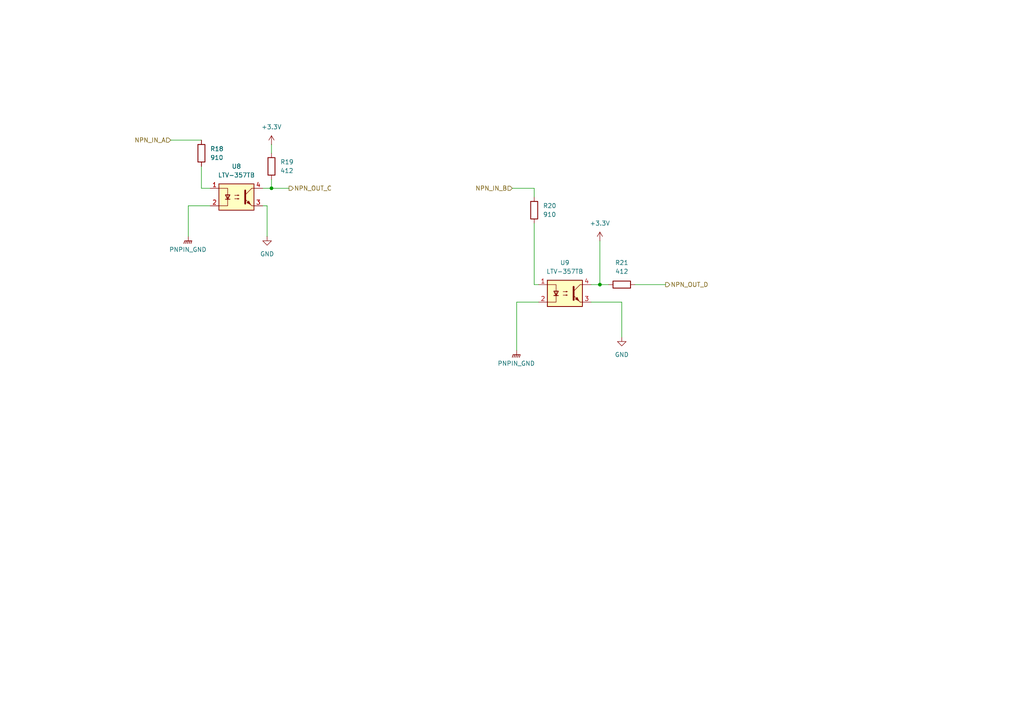
<source format=kicad_sch>
(kicad_sch
	(version 20250114)
	(generator "eeschema")
	(generator_version "9.0")
	(uuid "a31307b3-a96b-479e-83f6-7db9869a64c2")
	(paper "A4")
	(lib_symbols
		(symbol "Device:R"
			(pin_numbers
				(hide yes)
			)
			(pin_names
				(offset 0)
			)
			(exclude_from_sim no)
			(in_bom yes)
			(on_board yes)
			(property "Reference" "R"
				(at 2.032 0 90)
				(effects
					(font
						(size 1.27 1.27)
					)
				)
			)
			(property "Value" "R"
				(at 0 0 90)
				(effects
					(font
						(size 1.27 1.27)
					)
				)
			)
			(property "Footprint" ""
				(at -1.778 0 90)
				(effects
					(font
						(size 1.27 1.27)
					)
					(hide yes)
				)
			)
			(property "Datasheet" "~"
				(at 0 0 0)
				(effects
					(font
						(size 1.27 1.27)
					)
					(hide yes)
				)
			)
			(property "Description" "Resistor"
				(at 0 0 0)
				(effects
					(font
						(size 1.27 1.27)
					)
					(hide yes)
				)
			)
			(property "ki_keywords" "R res resistor"
				(at 0 0 0)
				(effects
					(font
						(size 1.27 1.27)
					)
					(hide yes)
				)
			)
			(property "ki_fp_filters" "R_*"
				(at 0 0 0)
				(effects
					(font
						(size 1.27 1.27)
					)
					(hide yes)
				)
			)
			(symbol "R_0_1"
				(rectangle
					(start -1.016 -2.54)
					(end 1.016 2.54)
					(stroke
						(width 0.254)
						(type default)
					)
					(fill
						(type none)
					)
				)
			)
			(symbol "R_1_1"
				(pin passive line
					(at 0 3.81 270)
					(length 1.27)
					(name "~"
						(effects
							(font
								(size 1.27 1.27)
							)
						)
					)
					(number "1"
						(effects
							(font
								(size 1.27 1.27)
							)
						)
					)
				)
				(pin passive line
					(at 0 -3.81 90)
					(length 1.27)
					(name "~"
						(effects
							(font
								(size 1.27 1.27)
							)
						)
					)
					(number "2"
						(effects
							(font
								(size 1.27 1.27)
							)
						)
					)
				)
			)
			(embedded_fonts no)
		)
		(symbol "Isolator:LTV-357T"
			(pin_names
				(offset 1.016)
			)
			(exclude_from_sim no)
			(in_bom yes)
			(on_board yes)
			(property "Reference" "U"
				(at -5.334 4.826 0)
				(effects
					(font
						(size 1.27 1.27)
					)
					(justify left)
				)
			)
			(property "Value" "LTV-357T"
				(at 0 5.08 0)
				(effects
					(font
						(size 1.27 1.27)
					)
					(justify left)
				)
			)
			(property "Footprint" "Package_SO:SO-4_4.4x3.6mm_P2.54mm"
				(at -5.08 -5.08 0)
				(effects
					(font
						(size 1.27 1.27)
						(italic yes)
					)
					(justify left)
					(hide yes)
				)
			)
			(property "Datasheet" "https://www.buerklin.com/medias/sys_master/download/download/h91/ha0/8892020588574.pdf"
				(at 0 0 0)
				(effects
					(font
						(size 1.27 1.27)
					)
					(justify left)
					(hide yes)
				)
			)
			(property "Description" "DC Optocoupler, Vce 35V, CTR 50%, SO-4"
				(at 0 0 0)
				(effects
					(font
						(size 1.27 1.27)
					)
					(hide yes)
				)
			)
			(property "ki_keywords" "NPN DC Optocoupler"
				(at 0 0 0)
				(effects
					(font
						(size 1.27 1.27)
					)
					(hide yes)
				)
			)
			(property "ki_fp_filters" "SO*4.4x3.6mm*P2.54mm*"
				(at 0 0 0)
				(effects
					(font
						(size 1.27 1.27)
					)
					(hide yes)
				)
			)
			(symbol "LTV-357T_0_1"
				(rectangle
					(start -5.08 3.81)
					(end 5.08 -3.81)
					(stroke
						(width 0.254)
						(type default)
					)
					(fill
						(type background)
					)
				)
				(polyline
					(pts
						(xy -5.08 2.54) (xy -2.54 2.54) (xy -2.54 -0.762)
					)
					(stroke
						(width 0)
						(type default)
					)
					(fill
						(type none)
					)
				)
				(polyline
					(pts
						(xy -3.175 -0.635) (xy -1.905 -0.635)
					)
					(stroke
						(width 0.254)
						(type default)
					)
					(fill
						(type none)
					)
				)
				(polyline
					(pts
						(xy -2.54 -0.635) (xy -2.54 -2.54) (xy -5.08 -2.54)
					)
					(stroke
						(width 0)
						(type default)
					)
					(fill
						(type none)
					)
				)
				(polyline
					(pts
						(xy -2.54 -0.635) (xy -3.175 0.635) (xy -1.905 0.635) (xy -2.54 -0.635)
					)
					(stroke
						(width 0.254)
						(type default)
					)
					(fill
						(type none)
					)
				)
				(polyline
					(pts
						(xy -0.508 0.508) (xy 0.762 0.508) (xy 0.381 0.381) (xy 0.381 0.635) (xy 0.762 0.508)
					)
					(stroke
						(width 0)
						(type default)
					)
					(fill
						(type none)
					)
				)
				(polyline
					(pts
						(xy -0.508 -0.508) (xy 0.762 -0.508) (xy 0.381 -0.635) (xy 0.381 -0.381) (xy 0.762 -0.508)
					)
					(stroke
						(width 0)
						(type default)
					)
					(fill
						(type none)
					)
				)
				(polyline
					(pts
						(xy 2.54 1.905) (xy 2.54 -1.905) (xy 2.54 -1.905)
					)
					(stroke
						(width 0.508)
						(type default)
					)
					(fill
						(type none)
					)
				)
				(polyline
					(pts
						(xy 2.54 0.635) (xy 4.445 2.54)
					)
					(stroke
						(width 0)
						(type default)
					)
					(fill
						(type none)
					)
				)
				(polyline
					(pts
						(xy 3.048 -1.651) (xy 3.556 -1.143) (xy 4.064 -2.159) (xy 3.048 -1.651) (xy 3.048 -1.651)
					)
					(stroke
						(width 0)
						(type default)
					)
					(fill
						(type outline)
					)
				)
				(polyline
					(pts
						(xy 4.445 2.54) (xy 5.08 2.54)
					)
					(stroke
						(width 0)
						(type default)
					)
					(fill
						(type none)
					)
				)
				(polyline
					(pts
						(xy 4.445 -2.54) (xy 2.54 -0.635)
					)
					(stroke
						(width 0)
						(type default)
					)
					(fill
						(type outline)
					)
				)
				(polyline
					(pts
						(xy 4.445 -2.54) (xy 5.08 -2.54)
					)
					(stroke
						(width 0)
						(type default)
					)
					(fill
						(type none)
					)
				)
			)
			(symbol "LTV-357T_1_1"
				(pin passive line
					(at -7.62 2.54 0)
					(length 2.54)
					(name "~"
						(effects
							(font
								(size 1.27 1.27)
							)
						)
					)
					(number "1"
						(effects
							(font
								(size 1.27 1.27)
							)
						)
					)
				)
				(pin passive line
					(at -7.62 -2.54 0)
					(length 2.54)
					(name "~"
						(effects
							(font
								(size 1.27 1.27)
							)
						)
					)
					(number "2"
						(effects
							(font
								(size 1.27 1.27)
							)
						)
					)
				)
				(pin passive line
					(at 7.62 2.54 180)
					(length 2.54)
					(name "~"
						(effects
							(font
								(size 1.27 1.27)
							)
						)
					)
					(number "4"
						(effects
							(font
								(size 1.27 1.27)
							)
						)
					)
				)
				(pin passive line
					(at 7.62 -2.54 180)
					(length 2.54)
					(name "~"
						(effects
							(font
								(size 1.27 1.27)
							)
						)
					)
					(number "3"
						(effects
							(font
								(size 1.27 1.27)
							)
						)
					)
				)
			)
			(embedded_fonts no)
		)
		(symbol "power:+3.3V"
			(power)
			(pin_numbers
				(hide yes)
			)
			(pin_names
				(offset 0)
				(hide yes)
			)
			(exclude_from_sim no)
			(in_bom yes)
			(on_board yes)
			(property "Reference" "#PWR"
				(at 0 -3.81 0)
				(effects
					(font
						(size 1.27 1.27)
					)
					(hide yes)
				)
			)
			(property "Value" "+3.3V"
				(at 0 3.556 0)
				(effects
					(font
						(size 1.27 1.27)
					)
				)
			)
			(property "Footprint" ""
				(at 0 0 0)
				(effects
					(font
						(size 1.27 1.27)
					)
					(hide yes)
				)
			)
			(property "Datasheet" ""
				(at 0 0 0)
				(effects
					(font
						(size 1.27 1.27)
					)
					(hide yes)
				)
			)
			(property "Description" "Power symbol creates a global label with name \"+3.3V\""
				(at 0 0 0)
				(effects
					(font
						(size 1.27 1.27)
					)
					(hide yes)
				)
			)
			(property "ki_keywords" "global power"
				(at 0 0 0)
				(effects
					(font
						(size 1.27 1.27)
					)
					(hide yes)
				)
			)
			(symbol "+3.3V_0_1"
				(polyline
					(pts
						(xy -0.762 1.27) (xy 0 2.54)
					)
					(stroke
						(width 0)
						(type default)
					)
					(fill
						(type none)
					)
				)
				(polyline
					(pts
						(xy 0 2.54) (xy 0.762 1.27)
					)
					(stroke
						(width 0)
						(type default)
					)
					(fill
						(type none)
					)
				)
				(polyline
					(pts
						(xy 0 0) (xy 0 2.54)
					)
					(stroke
						(width 0)
						(type default)
					)
					(fill
						(type none)
					)
				)
			)
			(symbol "+3.3V_1_1"
				(pin power_in line
					(at 0 0 90)
					(length 0)
					(name "~"
						(effects
							(font
								(size 1.27 1.27)
							)
						)
					)
					(number "1"
						(effects
							(font
								(size 1.27 1.27)
							)
						)
					)
				)
			)
			(embedded_fonts no)
		)
		(symbol "power:GND"
			(power)
			(pin_numbers
				(hide yes)
			)
			(pin_names
				(offset 0)
				(hide yes)
			)
			(exclude_from_sim no)
			(in_bom yes)
			(on_board yes)
			(property "Reference" "#PWR"
				(at 0 -6.35 0)
				(effects
					(font
						(size 1.27 1.27)
					)
					(hide yes)
				)
			)
			(property "Value" "GND"
				(at 0 -3.81 0)
				(effects
					(font
						(size 1.27 1.27)
					)
				)
			)
			(property "Footprint" ""
				(at 0 0 0)
				(effects
					(font
						(size 1.27 1.27)
					)
					(hide yes)
				)
			)
			(property "Datasheet" ""
				(at 0 0 0)
				(effects
					(font
						(size 1.27 1.27)
					)
					(hide yes)
				)
			)
			(property "Description" "Power symbol creates a global label with name \"GND\" , ground"
				(at 0 0 0)
				(effects
					(font
						(size 1.27 1.27)
					)
					(hide yes)
				)
			)
			(property "ki_keywords" "global power"
				(at 0 0 0)
				(effects
					(font
						(size 1.27 1.27)
					)
					(hide yes)
				)
			)
			(symbol "GND_0_1"
				(polyline
					(pts
						(xy 0 0) (xy 0 -1.27) (xy 1.27 -1.27) (xy 0 -2.54) (xy -1.27 -1.27) (xy 0 -1.27)
					)
					(stroke
						(width 0)
						(type default)
					)
					(fill
						(type none)
					)
				)
			)
			(symbol "GND_1_1"
				(pin power_in line
					(at 0 0 270)
					(length 0)
					(name "~"
						(effects
							(font
								(size 1.27 1.27)
							)
						)
					)
					(number "1"
						(effects
							(font
								(size 1.27 1.27)
							)
						)
					)
				)
			)
			(embedded_fonts no)
		)
		(symbol "power:GNDPWR"
			(power)
			(pin_numbers
				(hide yes)
			)
			(pin_names
				(offset 0)
				(hide yes)
			)
			(exclude_from_sim no)
			(in_bom yes)
			(on_board yes)
			(property "Reference" "#PWR"
				(at 0 -5.08 0)
				(effects
					(font
						(size 1.27 1.27)
					)
					(hide yes)
				)
			)
			(property "Value" "GNDPWR"
				(at 0 -3.302 0)
				(effects
					(font
						(size 1.27 1.27)
					)
				)
			)
			(property "Footprint" ""
				(at 0 -1.27 0)
				(effects
					(font
						(size 1.27 1.27)
					)
					(hide yes)
				)
			)
			(property "Datasheet" ""
				(at 0 -1.27 0)
				(effects
					(font
						(size 1.27 1.27)
					)
					(hide yes)
				)
			)
			(property "Description" "Power symbol creates a global label with name \"GNDPWR\" , global ground"
				(at 0 0 0)
				(effects
					(font
						(size 1.27 1.27)
					)
					(hide yes)
				)
			)
			(property "ki_keywords" "global ground"
				(at 0 0 0)
				(effects
					(font
						(size 1.27 1.27)
					)
					(hide yes)
				)
			)
			(symbol "GNDPWR_0_1"
				(polyline
					(pts
						(xy -1.016 -1.27) (xy -1.27 -2.032) (xy -1.27 -2.032)
					)
					(stroke
						(width 0.2032)
						(type default)
					)
					(fill
						(type none)
					)
				)
				(polyline
					(pts
						(xy -0.508 -1.27) (xy -0.762 -2.032) (xy -0.762 -2.032)
					)
					(stroke
						(width 0.2032)
						(type default)
					)
					(fill
						(type none)
					)
				)
				(polyline
					(pts
						(xy 0 -1.27) (xy 0 0)
					)
					(stroke
						(width 0)
						(type default)
					)
					(fill
						(type none)
					)
				)
				(polyline
					(pts
						(xy 0 -1.27) (xy -0.254 -2.032) (xy -0.254 -2.032)
					)
					(stroke
						(width 0.2032)
						(type default)
					)
					(fill
						(type none)
					)
				)
				(polyline
					(pts
						(xy 0.508 -1.27) (xy 0.254 -2.032) (xy 0.254 -2.032)
					)
					(stroke
						(width 0.2032)
						(type default)
					)
					(fill
						(type none)
					)
				)
				(polyline
					(pts
						(xy 1.016 -1.27) (xy -1.016 -1.27) (xy -1.016 -1.27)
					)
					(stroke
						(width 0.2032)
						(type default)
					)
					(fill
						(type none)
					)
				)
				(polyline
					(pts
						(xy 1.016 -1.27) (xy 0.762 -2.032) (xy 0.762 -2.032) (xy 0.762 -2.032)
					)
					(stroke
						(width 0.2032)
						(type default)
					)
					(fill
						(type none)
					)
				)
			)
			(symbol "GNDPWR_1_1"
				(pin power_in line
					(at 0 0 270)
					(length 0)
					(name "~"
						(effects
							(font
								(size 1.27 1.27)
							)
						)
					)
					(number "1"
						(effects
							(font
								(size 1.27 1.27)
							)
						)
					)
				)
			)
			(embedded_fonts no)
		)
	)
	(junction
		(at 173.99 82.55)
		(diameter 0)
		(color 0 0 0 0)
		(uuid "6895259b-ce4d-4c84-9427-452281936589")
	)
	(junction
		(at 78.74 54.61)
		(diameter 0)
		(color 0 0 0 0)
		(uuid "7532a8ab-5a73-43ea-8308-817c1ebd6f02")
	)
	(wire
		(pts
			(xy 76.2 54.61) (xy 78.74 54.61)
		)
		(stroke
			(width 0)
			(type default)
		)
		(uuid "0abb0e7e-476f-49dd-913e-6717dee4985c")
	)
	(wire
		(pts
			(xy 58.42 48.26) (xy 58.42 54.61)
		)
		(stroke
			(width 0)
			(type default)
		)
		(uuid "0dabb9af-ce3f-4dba-9249-dfe7e423d569")
	)
	(wire
		(pts
			(xy 49.53 40.64) (xy 58.42 40.64)
		)
		(stroke
			(width 0)
			(type default)
		)
		(uuid "16a3843e-16e8-4e9f-a3b1-d26badd53a95")
	)
	(wire
		(pts
			(xy 54.61 59.69) (xy 60.96 59.69)
		)
		(stroke
			(width 0)
			(type default)
		)
		(uuid "179dad5b-2ee2-44cb-8edb-182e8aa27d34")
	)
	(wire
		(pts
			(xy 171.45 87.63) (xy 180.34 87.63)
		)
		(stroke
			(width 0)
			(type default)
		)
		(uuid "2b0ba603-5add-4c62-8ce2-2291ca0abbd7")
	)
	(wire
		(pts
			(xy 78.74 41.91) (xy 78.74 44.45)
		)
		(stroke
			(width 0)
			(type default)
		)
		(uuid "3074d04e-3f2d-4926-95fc-7cf251e4f9a9")
	)
	(wire
		(pts
			(xy 76.2 59.69) (xy 77.47 59.69)
		)
		(stroke
			(width 0)
			(type default)
		)
		(uuid "36ea8699-921d-4588-be7b-842b305ca42b")
	)
	(wire
		(pts
			(xy 54.61 68.58) (xy 54.61 59.69)
		)
		(stroke
			(width 0)
			(type default)
		)
		(uuid "46532416-1f1e-4c0e-9930-65cc1943b976")
	)
	(wire
		(pts
			(xy 58.42 54.61) (xy 60.96 54.61)
		)
		(stroke
			(width 0)
			(type default)
		)
		(uuid "579ba326-2ee0-49a6-9217-90ae8c59717c")
	)
	(wire
		(pts
			(xy 154.94 57.15) (xy 154.94 54.61)
		)
		(stroke
			(width 0)
			(type default)
		)
		(uuid "5a33f485-1c84-462f-9b8a-1f2a2fe5d97c")
	)
	(wire
		(pts
			(xy 149.86 101.6) (xy 149.86 87.63)
		)
		(stroke
			(width 0)
			(type default)
		)
		(uuid "73d1a78c-3b10-44ca-b224-f825a4b8acfb")
	)
	(wire
		(pts
			(xy 154.94 64.77) (xy 154.94 82.55)
		)
		(stroke
			(width 0)
			(type default)
		)
		(uuid "7f1a3a1c-a533-49a5-ae7a-0df5f9d60bff")
	)
	(wire
		(pts
			(xy 180.34 97.79) (xy 180.34 87.63)
		)
		(stroke
			(width 0)
			(type default)
		)
		(uuid "83740171-141d-426d-b810-c453284ab2a3")
	)
	(wire
		(pts
			(xy 171.45 82.55) (xy 173.99 82.55)
		)
		(stroke
			(width 0)
			(type default)
		)
		(uuid "85d3da70-300a-43ba-9e5a-caff92f29c93")
	)
	(wire
		(pts
			(xy 173.99 69.85) (xy 173.99 82.55)
		)
		(stroke
			(width 0)
			(type default)
		)
		(uuid "92202242-a332-4589-8fa1-a2097f137ecc")
	)
	(wire
		(pts
			(xy 154.94 82.55) (xy 156.21 82.55)
		)
		(stroke
			(width 0)
			(type default)
		)
		(uuid "960250a5-7c7a-4b10-97f9-a7f59b29fdf7")
	)
	(wire
		(pts
			(xy 173.99 82.55) (xy 176.53 82.55)
		)
		(stroke
			(width 0)
			(type default)
		)
		(uuid "99824411-16f8-400a-a7b6-63e6aa3d56d5")
	)
	(wire
		(pts
			(xy 77.47 68.58) (xy 77.47 59.69)
		)
		(stroke
			(width 0)
			(type default)
		)
		(uuid "a89b25c1-bb08-4b01-87e3-fba74d39ffe2")
	)
	(wire
		(pts
			(xy 184.15 82.55) (xy 193.04 82.55)
		)
		(stroke
			(width 0)
			(type default)
		)
		(uuid "acadeb6a-202b-4b8d-b446-11dcb2c7fd72")
	)
	(wire
		(pts
			(xy 149.86 87.63) (xy 156.21 87.63)
		)
		(stroke
			(width 0)
			(type default)
		)
		(uuid "b412e486-f40f-459d-84a3-1c4ada0e2489")
	)
	(wire
		(pts
			(xy 78.74 54.61) (xy 83.82 54.61)
		)
		(stroke
			(width 0)
			(type default)
		)
		(uuid "b61de9ba-f2e4-4b08-9741-e0fa6cc09c1b")
	)
	(wire
		(pts
			(xy 154.94 54.61) (xy 148.59 54.61)
		)
		(stroke
			(width 0)
			(type default)
		)
		(uuid "fb127369-a63f-4d7f-bd2d-4abc3e33ebbc")
	)
	(wire
		(pts
			(xy 78.74 54.61) (xy 78.74 52.07)
		)
		(stroke
			(width 0)
			(type default)
		)
		(uuid "fd85e35d-4324-4c5c-ad9d-73eec8f9eba8")
	)
	(hierarchical_label "NPN_OUT_C"
		(shape output)
		(at 83.82 54.61 0)
		(effects
			(font
				(size 1.27 1.27)
			)
			(justify left)
		)
		(uuid "4aad945d-22af-455d-8c0e-48da66871287")
	)
	(hierarchical_label "NPN_IN_B"
		(shape input)
		(at 148.59 54.61 180)
		(effects
			(font
				(size 1.27 1.27)
			)
			(justify right)
		)
		(uuid "70bcffb3-edc2-4be5-b9b6-1b9ece0d22e1")
	)
	(hierarchical_label "NPN_OUT_D"
		(shape output)
		(at 193.04 82.55 0)
		(effects
			(font
				(size 1.27 1.27)
			)
			(justify left)
		)
		(uuid "7442ad70-9894-43c1-baa5-ded240dd3398")
	)
	(hierarchical_label "NPN_IN_A"
		(shape input)
		(at 49.53 40.64 180)
		(effects
			(font
				(size 1.27 1.27)
			)
			(justify right)
		)
		(uuid "8f25530b-4d00-45be-8a8d-c54c87a55be7")
	)
	(symbol
		(lib_id "Device:R")
		(at 154.94 60.96 0)
		(unit 1)
		(exclude_from_sim no)
		(in_bom yes)
		(on_board yes)
		(dnp no)
		(fields_autoplaced yes)
		(uuid "004646e9-4352-40af-b19a-25302ccf572c")
		(property "Reference" "R20"
			(at 157.48 59.6899 0)
			(effects
				(font
					(size 1.27 1.27)
				)
				(justify left)
			)
		)
		(property "Value" "910"
			(at 157.48 62.2299 0)
			(effects
				(font
					(size 1.27 1.27)
				)
				(justify left)
			)
		)
		(property "Footprint" "Resistor_SMD:R_0603_1608Metric"
			(at 153.162 60.96 90)
			(effects
				(font
					(size 1.27 1.27)
				)
				(hide yes)
			)
		)
		(property "Datasheet" "~"
			(at 154.94 60.96 0)
			(effects
				(font
					(size 1.27 1.27)
				)
				(hide yes)
			)
		)
		(property "Description" "Resistor"
			(at 154.94 60.96 0)
			(effects
				(font
					(size 1.27 1.27)
				)
				(hide yes)
			)
		)
		(property "LCSC#" "C114670"
			(at 154.94 60.96 90)
			(effects
				(font
					(size 1.27 1.27)
				)
				(hide yes)
			)
		)
		(pin "1"
			(uuid "c7436843-f654-4a24-a8f7-ed9a8968eecb")
		)
		(pin "2"
			(uuid "7b90e547-b9dd-40a6-b4bb-2123c884d78f")
		)
		(instances
			(project "NIVARA PROJECT"
				(path "/dc6fb271-dfd0-4448-98f1-862b1cc93a80/2ca62569-d560-4cca-9470-52fd378086ae/e4bc3110-d036-4f35-b81c-172372c17cbe"
					(reference "R20")
					(unit 1)
				)
			)
		)
	)
	(symbol
		(lib_id "Device:R")
		(at 78.74 48.26 180)
		(unit 1)
		(exclude_from_sim no)
		(in_bom yes)
		(on_board yes)
		(dnp no)
		(fields_autoplaced yes)
		(uuid "051ee258-561f-49a1-833c-c6cdc7ea4217")
		(property "Reference" "R19"
			(at 81.28 46.9899 0)
			(effects
				(font
					(size 1.27 1.27)
				)
				(justify right)
			)
		)
		(property "Value" "412"
			(at 81.28 49.5299 0)
			(effects
				(font
					(size 1.27 1.27)
				)
				(justify right)
			)
		)
		(property "Footprint" "PCM_Resistor_SMD_AKL:R_0603_1608Metric"
			(at 80.518 48.26 90)
			(effects
				(font
					(size 1.27 1.27)
				)
				(hide yes)
			)
		)
		(property "Datasheet" "~"
			(at 78.74 48.26 0)
			(effects
				(font
					(size 1.27 1.27)
				)
				(hide yes)
			)
		)
		(property "Description" "Resistor"
			(at 78.74 48.26 0)
			(effects
				(font
					(size 1.27 1.27)
				)
				(hide yes)
			)
		)
		(pin "1"
			(uuid "6347a9f4-fab9-4029-a150-8ca530f54ca6")
		)
		(pin "2"
			(uuid "26ae7f6d-9706-4f08-b913-2050da123edf")
		)
		(instances
			(project "NIVARA PROJECT"
				(path "/dc6fb271-dfd0-4448-98f1-862b1cc93a80/2ca62569-d560-4cca-9470-52fd378086ae/e4bc3110-d036-4f35-b81c-172372c17cbe"
					(reference "R19")
					(unit 1)
				)
			)
		)
	)
	(symbol
		(lib_id "Device:R")
		(at 58.42 44.45 0)
		(unit 1)
		(exclude_from_sim no)
		(in_bom yes)
		(on_board yes)
		(dnp no)
		(fields_autoplaced yes)
		(uuid "20113740-2355-406f-803e-530340d4f0a6")
		(property "Reference" "R18"
			(at 60.96 43.1799 0)
			(effects
				(font
					(size 1.27 1.27)
				)
				(justify left)
			)
		)
		(property "Value" "910"
			(at 60.96 45.7199 0)
			(effects
				(font
					(size 1.27 1.27)
				)
				(justify left)
			)
		)
		(property "Footprint" "PCM_Resistor_SMD_AKL:R_0603_1608Metric"
			(at 56.642 44.45 90)
			(effects
				(font
					(size 1.27 1.27)
				)
				(hide yes)
			)
		)
		(property "Datasheet" "~"
			(at 58.42 44.45 0)
			(effects
				(font
					(size 1.27 1.27)
				)
				(hide yes)
			)
		)
		(property "Description" "Resistor"
			(at 58.42 44.45 0)
			(effects
				(font
					(size 1.27 1.27)
				)
				(hide yes)
			)
		)
		(pin "2"
			(uuid "a0505185-5130-4045-9ad7-0c9a7741e7a9")
		)
		(pin "1"
			(uuid "d7f3a57e-e2bd-4d12-9616-65b974b67d9f")
		)
		(instances
			(project ""
				(path "/dc6fb271-dfd0-4448-98f1-862b1cc93a80/2ca62569-d560-4cca-9470-52fd378086ae/e4bc3110-d036-4f35-b81c-172372c17cbe"
					(reference "R18")
					(unit 1)
				)
			)
		)
	)
	(symbol
		(lib_id "Isolator:LTV-357T")
		(at 163.83 85.09 0)
		(unit 1)
		(exclude_from_sim no)
		(in_bom yes)
		(on_board yes)
		(dnp no)
		(fields_autoplaced yes)
		(uuid "29057740-47d6-4e58-a2f2-1bb918752c2e")
		(property "Reference" "U9"
			(at 163.83 76.2 0)
			(effects
				(font
					(size 1.27 1.27)
				)
			)
		)
		(property "Value" "LTV-357TB"
			(at 163.83 78.74 0)
			(effects
				(font
					(size 1.27 1.27)
				)
			)
		)
		(property "Footprint" "Package_SO:SO-4_4.4x3.6mm_P2.54mm"
			(at 158.75 90.17 0)
			(effects
				(font
					(size 1.27 1.27)
					(italic yes)
				)
				(justify left)
				(hide yes)
			)
		)
		(property "Datasheet" "https://www.buerklin.com/medias/sys_master/download/download/h91/ha0/8892020588574.pdf"
			(at 163.83 85.09 0)
			(effects
				(font
					(size 1.27 1.27)
				)
				(justify left)
				(hide yes)
			)
		)
		(property "Description" "DC Optocoupler, Vce 35V, CTR 50%, SO-4"
			(at 163.83 85.09 0)
			(effects
				(font
					(size 1.27 1.27)
				)
				(hide yes)
			)
		)
		(pin "3"
			(uuid "8ecf516a-b026-4141-8725-a377db0746bd")
		)
		(pin "1"
			(uuid "44917c7e-59e1-4fb2-8085-ea8095c010a7")
		)
		(pin "2"
			(uuid "560c3763-fedf-4e3b-aede-39f122bd8b6f")
		)
		(pin "4"
			(uuid "f5d1130c-f063-4a62-bbbe-85b4cc625a4e")
		)
		(instances
			(project "NIVARA PROJECT"
				(path "/dc6fb271-dfd0-4448-98f1-862b1cc93a80/2ca62569-d560-4cca-9470-52fd378086ae/e4bc3110-d036-4f35-b81c-172372c17cbe"
					(reference "U9")
					(unit 1)
				)
			)
		)
	)
	(symbol
		(lib_id "power:+3.3V")
		(at 78.74 41.91 0)
		(unit 1)
		(exclude_from_sim no)
		(in_bom yes)
		(on_board yes)
		(dnp no)
		(fields_autoplaced yes)
		(uuid "29694778-dac7-4810-9fe0-f986e8fddbb0")
		(property "Reference" "#PWR042"
			(at 78.74 45.72 0)
			(effects
				(font
					(size 1.27 1.27)
				)
				(hide yes)
			)
		)
		(property "Value" "+3.3V"
			(at 78.74 36.83 0)
			(effects
				(font
					(size 1.27 1.27)
				)
			)
		)
		(property "Footprint" ""
			(at 78.74 41.91 0)
			(effects
				(font
					(size 1.27 1.27)
				)
				(hide yes)
			)
		)
		(property "Datasheet" ""
			(at 78.74 41.91 0)
			(effects
				(font
					(size 1.27 1.27)
				)
				(hide yes)
			)
		)
		(property "Description" "Power symbol creates a global label with name \"+3.3V\""
			(at 78.74 41.91 0)
			(effects
				(font
					(size 1.27 1.27)
				)
				(hide yes)
			)
		)
		(pin "1"
			(uuid "aa0d7366-eacd-4783-87a2-6ce41ace987c")
		)
		(instances
			(project "NIVARA PROJECT"
				(path "/dc6fb271-dfd0-4448-98f1-862b1cc93a80/2ca62569-d560-4cca-9470-52fd378086ae/e4bc3110-d036-4f35-b81c-172372c17cbe"
					(reference "#PWR042")
					(unit 1)
				)
			)
		)
	)
	(symbol
		(lib_id "power:GNDPWR")
		(at 54.61 68.58 0)
		(unit 1)
		(exclude_from_sim no)
		(in_bom yes)
		(on_board yes)
		(dnp no)
		(fields_autoplaced yes)
		(uuid "3ea629ae-3567-4dcd-b5dc-9ba996f205a5")
		(property "Reference" "#PWR040"
			(at 54.61 73.66 0)
			(effects
				(font
					(size 1.27 1.27)
				)
				(hide yes)
			)
		)
		(property "Value" "PNPIN_GND"
			(at 54.483 72.39 0)
			(effects
				(font
					(size 1.27 1.27)
				)
			)
		)
		(property "Footprint" ""
			(at 54.61 69.85 0)
			(effects
				(font
					(size 1.27 1.27)
				)
				(hide yes)
			)
		)
		(property "Datasheet" ""
			(at 54.61 69.85 0)
			(effects
				(font
					(size 1.27 1.27)
				)
				(hide yes)
			)
		)
		(property "Description" "Power symbol creates a global label with name \"GNDPWR\" , global ground"
			(at 54.61 68.58 0)
			(effects
				(font
					(size 1.27 1.27)
				)
				(hide yes)
			)
		)
		(pin "1"
			(uuid "883d4095-26c6-46e9-99d4-22c13ee1cec4")
		)
		(instances
			(project "NIVARA PROJECT"
				(path "/dc6fb271-dfd0-4448-98f1-862b1cc93a80/2ca62569-d560-4cca-9470-52fd378086ae/e4bc3110-d036-4f35-b81c-172372c17cbe"
					(reference "#PWR040")
					(unit 1)
				)
			)
		)
	)
	(symbol
		(lib_id "Device:R")
		(at 180.34 82.55 270)
		(unit 1)
		(exclude_from_sim no)
		(in_bom yes)
		(on_board yes)
		(dnp no)
		(fields_autoplaced yes)
		(uuid "46803329-eee8-42da-9a43-b259568aa29e")
		(property "Reference" "R21"
			(at 180.34 76.2 90)
			(effects
				(font
					(size 1.27 1.27)
				)
			)
		)
		(property "Value" "412"
			(at 180.34 78.74 90)
			(effects
				(font
					(size 1.27 1.27)
				)
			)
		)
		(property "Footprint" "PCM_Resistor_SMD_AKL:R_0603_1608Metric"
			(at 180.34 80.772 90)
			(effects
				(font
					(size 1.27 1.27)
				)
				(hide yes)
			)
		)
		(property "Datasheet" "~"
			(at 180.34 82.55 0)
			(effects
				(font
					(size 1.27 1.27)
				)
				(hide yes)
			)
		)
		(property "Description" "Resistor"
			(at 180.34 82.55 0)
			(effects
				(font
					(size 1.27 1.27)
				)
				(hide yes)
			)
		)
		(pin "1"
			(uuid "d78fd037-b043-4754-af04-94b2079027c0")
		)
		(pin "2"
			(uuid "4c108bb9-72d0-416c-b3ec-a0c9a4f4b4de")
		)
		(instances
			(project "NIVARA PROJECT"
				(path "/dc6fb271-dfd0-4448-98f1-862b1cc93a80/2ca62569-d560-4cca-9470-52fd378086ae/e4bc3110-d036-4f35-b81c-172372c17cbe"
					(reference "R21")
					(unit 1)
				)
			)
		)
	)
	(symbol
		(lib_id "Isolator:LTV-357T")
		(at 68.58 57.15 0)
		(unit 1)
		(exclude_from_sim no)
		(in_bom yes)
		(on_board yes)
		(dnp no)
		(fields_autoplaced yes)
		(uuid "475fc676-6b98-4204-9fc1-3a923f0cb5e4")
		(property "Reference" "U8"
			(at 68.58 48.26 0)
			(effects
				(font
					(size 1.27 1.27)
				)
			)
		)
		(property "Value" "LTV-357TB"
			(at 68.58 50.8 0)
			(effects
				(font
					(size 1.27 1.27)
				)
			)
		)
		(property "Footprint" "Package_SO:SO-4_4.4x3.6mm_P2.54mm"
			(at 63.5 62.23 0)
			(effects
				(font
					(size 1.27 1.27)
					(italic yes)
				)
				(justify left)
				(hide yes)
			)
		)
		(property "Datasheet" "https://www.buerklin.com/medias/sys_master/download/download/h91/ha0/8892020588574.pdf"
			(at 68.58 57.15 0)
			(effects
				(font
					(size 1.27 1.27)
				)
				(justify left)
				(hide yes)
			)
		)
		(property "Description" "DC Optocoupler, Vce 35V, CTR 50%, SO-4"
			(at 68.58 57.15 0)
			(effects
				(font
					(size 1.27 1.27)
				)
				(hide yes)
			)
		)
		(pin "3"
			(uuid "c3fe580f-86f1-43c7-9169-0628b454ff72")
		)
		(pin "1"
			(uuid "ff93d603-68bd-4653-b760-cc62d2cb612e")
		)
		(pin "2"
			(uuid "67994852-5df6-418c-b80e-dfbf3635acbe")
		)
		(pin "4"
			(uuid "8724be08-7138-47a7-9b99-4cad8d871795")
		)
		(instances
			(project "NIVARA PROJECT"
				(path "/dc6fb271-dfd0-4448-98f1-862b1cc93a80/2ca62569-d560-4cca-9470-52fd378086ae/e4bc3110-d036-4f35-b81c-172372c17cbe"
					(reference "U8")
					(unit 1)
				)
			)
		)
	)
	(symbol
		(lib_id "power:GND")
		(at 77.47 68.58 0)
		(unit 1)
		(exclude_from_sim no)
		(in_bom yes)
		(on_board yes)
		(dnp no)
		(fields_autoplaced yes)
		(uuid "594f678e-f8fb-48a8-ab0d-c5a44a0ed7d2")
		(property "Reference" "#PWR041"
			(at 77.47 74.93 0)
			(effects
				(font
					(size 1.27 1.27)
				)
				(hide yes)
			)
		)
		(property "Value" "GND"
			(at 77.47 73.66 0)
			(effects
				(font
					(size 1.27 1.27)
				)
			)
		)
		(property "Footprint" ""
			(at 77.47 68.58 0)
			(effects
				(font
					(size 1.27 1.27)
				)
				(hide yes)
			)
		)
		(property "Datasheet" ""
			(at 77.47 68.58 0)
			(effects
				(font
					(size 1.27 1.27)
				)
				(hide yes)
			)
		)
		(property "Description" "Power symbol creates a global label with name \"GND\" , ground"
			(at 77.47 68.58 0)
			(effects
				(font
					(size 1.27 1.27)
				)
				(hide yes)
			)
		)
		(pin "1"
			(uuid "976364ef-54e9-4605-b806-cc0d7cfc3c43")
		)
		(instances
			(project "NIVARA PROJECT"
				(path "/dc6fb271-dfd0-4448-98f1-862b1cc93a80/2ca62569-d560-4cca-9470-52fd378086ae/e4bc3110-d036-4f35-b81c-172372c17cbe"
					(reference "#PWR041")
					(unit 1)
				)
			)
		)
	)
	(symbol
		(lib_id "power:GNDPWR")
		(at 149.86 101.6 0)
		(unit 1)
		(exclude_from_sim no)
		(in_bom yes)
		(on_board yes)
		(dnp no)
		(fields_autoplaced yes)
		(uuid "9d0eea35-e851-4bb9-bc9e-1df44b64d2b3")
		(property "Reference" "#PWR043"
			(at 149.86 106.68 0)
			(effects
				(font
					(size 1.27 1.27)
				)
				(hide yes)
			)
		)
		(property "Value" "PNPIN_GND"
			(at 149.733 105.41 0)
			(effects
				(font
					(size 1.27 1.27)
				)
			)
		)
		(property "Footprint" ""
			(at 149.86 102.87 0)
			(effects
				(font
					(size 1.27 1.27)
				)
				(hide yes)
			)
		)
		(property "Datasheet" ""
			(at 149.86 102.87 0)
			(effects
				(font
					(size 1.27 1.27)
				)
				(hide yes)
			)
		)
		(property "Description" "Power symbol creates a global label with name \"GNDPWR\" , global ground"
			(at 149.86 101.6 0)
			(effects
				(font
					(size 1.27 1.27)
				)
				(hide yes)
			)
		)
		(pin "1"
			(uuid "4c03aa1e-c6f8-463b-ba57-e1b9667ec861")
		)
		(instances
			(project "NIVARA PROJECT"
				(path "/dc6fb271-dfd0-4448-98f1-862b1cc93a80/2ca62569-d560-4cca-9470-52fd378086ae/e4bc3110-d036-4f35-b81c-172372c17cbe"
					(reference "#PWR043")
					(unit 1)
				)
			)
		)
	)
	(symbol
		(lib_id "power:+3.3V")
		(at 173.99 69.85 0)
		(unit 1)
		(exclude_from_sim no)
		(in_bom yes)
		(on_board yes)
		(dnp no)
		(fields_autoplaced yes)
		(uuid "a507e94e-52dd-4fa8-97e4-21eb3eb4b32e")
		(property "Reference" "#PWR044"
			(at 173.99 73.66 0)
			(effects
				(font
					(size 1.27 1.27)
				)
				(hide yes)
			)
		)
		(property "Value" "+3.3V"
			(at 173.99 64.77 0)
			(effects
				(font
					(size 1.27 1.27)
				)
			)
		)
		(property "Footprint" ""
			(at 173.99 69.85 0)
			(effects
				(font
					(size 1.27 1.27)
				)
				(hide yes)
			)
		)
		(property "Datasheet" ""
			(at 173.99 69.85 0)
			(effects
				(font
					(size 1.27 1.27)
				)
				(hide yes)
			)
		)
		(property "Description" "Power symbol creates a global label with name \"+3.3V\""
			(at 173.99 69.85 0)
			(effects
				(font
					(size 1.27 1.27)
				)
				(hide yes)
			)
		)
		(pin "1"
			(uuid "a825d63a-ce82-411c-9b7c-0fdd9b475178")
		)
		(instances
			(project "NIVARA PROJECT"
				(path "/dc6fb271-dfd0-4448-98f1-862b1cc93a80/2ca62569-d560-4cca-9470-52fd378086ae/e4bc3110-d036-4f35-b81c-172372c17cbe"
					(reference "#PWR044")
					(unit 1)
				)
			)
		)
	)
	(symbol
		(lib_id "power:GND")
		(at 180.34 97.79 0)
		(unit 1)
		(exclude_from_sim no)
		(in_bom yes)
		(on_board yes)
		(dnp no)
		(fields_autoplaced yes)
		(uuid "ab25fc56-66ac-42e6-8ba0-5ded43ce904f")
		(property "Reference" "#PWR045"
			(at 180.34 104.14 0)
			(effects
				(font
					(size 1.27 1.27)
				)
				(hide yes)
			)
		)
		(property "Value" "GND"
			(at 180.34 102.87 0)
			(effects
				(font
					(size 1.27 1.27)
				)
			)
		)
		(property "Footprint" ""
			(at 180.34 97.79 0)
			(effects
				(font
					(size 1.27 1.27)
				)
				(hide yes)
			)
		)
		(property "Datasheet" ""
			(at 180.34 97.79 0)
			(effects
				(font
					(size 1.27 1.27)
				)
				(hide yes)
			)
		)
		(property "Description" "Power symbol creates a global label with name \"GND\" , ground"
			(at 180.34 97.79 0)
			(effects
				(font
					(size 1.27 1.27)
				)
				(hide yes)
			)
		)
		(pin "1"
			(uuid "fddf7b60-05cd-4781-b24c-14a1d0613572")
		)
		(instances
			(project "NIVARA PROJECT"
				(path "/dc6fb271-dfd0-4448-98f1-862b1cc93a80/2ca62569-d560-4cca-9470-52fd378086ae/e4bc3110-d036-4f35-b81c-172372c17cbe"
					(reference "#PWR045")
					(unit 1)
				)
			)
		)
	)
)

</source>
